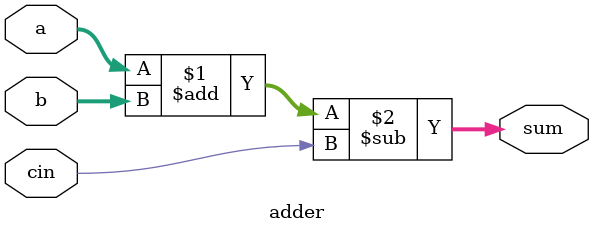
<source format=sv>
module adder #(parameter width = 4) (input logic signed [width-1:0]a,b,input logic signed cin, output logic signed [width:0]sum);

assign sum = a + b - cin ; 

endmodule 


</source>
